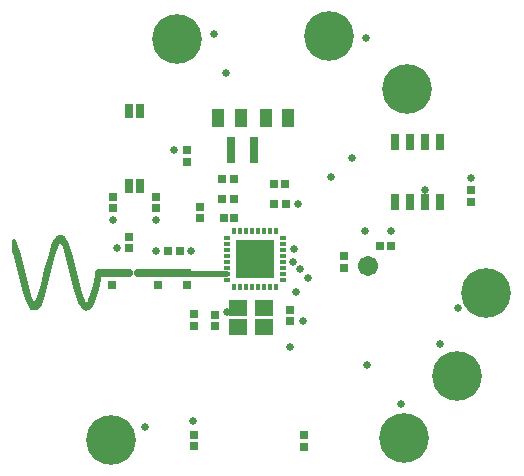
<source format=gts>
%FSLAX44Y44*%
%MOMM*%
G71*
G01*
G75*
G04 Layer_Color=8388736*
%ADD10R,0.6000X0.5000*%
%ADD11R,0.5000X0.6000*%
%ADD12R,0.5000X0.5000*%
%ADD13R,1.4000X1.2000*%
%ADD14R,0.2500X0.5000*%
%ADD15C,1.5000*%
%ADD16R,0.2500X0.4000*%
%ADD17R,0.4000X0.2500*%
%ADD18R,3.2000X3.2000*%
%ADD19R,0.5590X1.1940*%
%ADD20R,0.9000X1.3000*%
%ADD21R,0.6000X1.2000*%
%ADD22R,0.6000X2.0000*%
%ADD23C,4.0000*%
%ADD24C,0.2000*%
%ADD25C,0.1500*%
%ADD26C,0.3000*%
%ADD27C,0.5000*%
%ADD28C,0.4500*%
%ADD29R,6.0700X6.0700*%
%ADD30C,0.2540*%
%ADD31C,0.0508*%
%ADD32C,0.1000*%
%ADD33R,0.8032X0.7032*%
%ADD34R,0.7032X0.8032*%
%ADD35R,0.7032X0.7032*%
%ADD36R,1.6032X1.4032*%
%ADD37R,0.4532X0.7032*%
%ADD38C,1.7032*%
%ADD39R,0.3516X0.5016*%
%ADD40R,0.5016X0.3516*%
%ADD41R,3.3016X3.3016*%
%ADD42R,0.7622X1.3972*%
%ADD43R,1.1032X1.5032*%
%ADD44R,0.7016X1.3016*%
%ADD45R,0.8032X2.2032*%
%ADD46C,4.2032*%
%ADD47C,0.7032*%
%ADD48C,0.5032*%
%ADD49C,0.6532*%
G36*
X-162974Y19840D02*
X-162949Y19840D01*
X-162908Y19836D01*
X-162867Y19833D01*
X-162842Y19828D01*
X-162816Y19825D01*
X-162777Y19815D01*
X-162737Y19807D01*
X-162712Y19799D01*
X-162687Y19792D01*
X-162650Y19777D01*
X-162611Y19764D01*
X-162587Y19753D01*
X-162563Y19743D01*
X-162528Y19723D01*
X-162491Y19705D01*
X-162470Y19691D01*
X-162447Y19678D01*
X-161584Y19120D01*
X-161565Y19106D01*
X-161546Y19094D01*
X-161541Y19090D01*
X-161531Y19088D01*
X-161525Y19086D01*
X-161520Y19085D01*
X-161463Y19066D01*
X-161404Y19047D01*
X-161399Y19045D01*
X-161394Y19043D01*
X-161340Y19016D01*
X-161284Y18990D01*
X-161279Y18987D01*
X-161274Y18984D01*
X-161225Y18951D01*
X-161172Y18917D01*
X-161168Y18913D01*
X-161163Y18910D01*
X-161119Y18871D01*
X-161071Y18831D01*
X-161067Y18826D01*
X-161063Y18823D01*
X-161024Y18778D01*
X-160982Y18732D01*
X-160487Y18104D01*
X-160455Y18058D01*
X-160424Y18014D01*
X-160418Y18004D01*
X-160411Y17994D01*
X-160407Y17986D01*
X-159768Y17157D01*
X-159731Y17101D01*
X-159695Y17048D01*
X-158720Y15373D01*
X-158694Y15322D01*
X-158667Y15271D01*
X-157173Y11880D01*
X-157156Y11831D01*
X-157137Y11784D01*
X-154929Y5010D01*
X-154922Y4981D01*
X-154913Y4953D01*
X-152221Y-5302D01*
X-152219Y-5311D01*
X-152217Y-5319D01*
X-148941Y-18729D01*
X-147196Y-25356D01*
X-145205Y-31833D01*
X-144018Y-34825D01*
X-142745Y-37189D01*
X-142443Y-36725D01*
X-141744Y-35449D01*
X-141135Y-34012D01*
X-140006Y-30925D01*
X-138975Y-27706D01*
X-137292Y-21793D01*
X-134692Y-11026D01*
X-134691Y-11025D01*
X-134691Y-11024D01*
X-134672Y-10962D01*
X-134652Y-10899D01*
X-134652Y-10898D01*
X-134651Y-10897D01*
X-134623Y-10836D01*
X-134596Y-10778D01*
X-134596Y-10777D01*
X-134595Y-10776D01*
X-134562Y-10724D01*
X-134525Y-10666D01*
X-134524Y-10665D01*
X-134524Y-10664D01*
X-134481Y-10613D01*
X-134440Y-10563D01*
X-134439Y-10563D01*
X-134438Y-10562D01*
X-134385Y-10513D01*
X-134342Y-10473D01*
X-134341Y-10473D01*
X-134340Y-10472D01*
X-134286Y-10434D01*
X-134233Y-10396D01*
X-134232Y-10396D01*
X-134231Y-10395D01*
X-134169Y-10363D01*
X-134115Y-10334D01*
X-134114Y-10334D01*
X-134113Y-10334D01*
X-134045Y-10309D01*
X-133990Y-10288D01*
X-133989Y-10288D01*
X-133988Y-10288D01*
X-133922Y-10273D01*
X-133860Y-10259D01*
X-133859Y-10259D01*
X-133858Y-10259D01*
X-133789Y-10253D01*
X-133727Y-10247D01*
X-133726Y-10247D01*
X-133726Y-10247D01*
X-133654Y-10250D01*
X-133594Y-10253D01*
X-133593Y-10253D01*
X-133592Y-10253D01*
X-133528Y-10264D01*
X-133463Y-10275D01*
X-133462Y-10276D01*
X-133461Y-10276D01*
X-133184Y-10343D01*
X-133034Y-10181D01*
X-133022Y-10170D01*
X-133011Y-10158D01*
X-132974Y-10125D01*
X-132937Y-10090D01*
X-132924Y-10080D01*
X-132912Y-10070D01*
X-132870Y-10041D01*
X-132829Y-10012D01*
X-132815Y-10004D01*
X-132801Y-9995D01*
X-132756Y-9972D01*
X-132712Y-9948D01*
X-132697Y-9943D01*
X-132682Y-9935D01*
X-132425Y-9827D01*
X-132376Y-9810D01*
X-132327Y-9792D01*
X-132313Y-9788D01*
X-132299Y-9784D01*
X-132248Y-9773D01*
X-132198Y-9761D01*
X-131915Y-9714D01*
X-131876Y-9710D01*
X-131838Y-9704D01*
X-131810Y-9704D01*
X-131782Y-9701D01*
X-131743Y-9702D01*
X-131705Y-9701D01*
X-131677Y-9704D01*
X-131649Y-9705D01*
X-131611Y-9711D01*
X-131573Y-9715D01*
X-131336Y-9757D01*
X-131313Y-9762D01*
X-131290Y-9766D01*
X-131248Y-9778D01*
X-131206Y-9788D01*
X-131185Y-9796D01*
X-131162Y-9803D01*
X-130906Y-9896D01*
X-130854Y-9919D01*
X-130800Y-9941D01*
X-130792Y-9946D01*
X-130784Y-9950D01*
X-130735Y-9979D01*
X-130685Y-10008D01*
X-130678Y-10014D01*
X-130670Y-10019D01*
X-130625Y-10055D01*
X-130580Y-10090D01*
X-130380Y-10266D01*
X-130337Y-10310D01*
X-130293Y-10353D01*
X-130106Y-10564D01*
X-130072Y-10607D01*
X-130037Y-10650D01*
X-130031Y-10660D01*
X-130024Y-10669D01*
X-129996Y-10717D01*
X-129967Y-10764D01*
X-129962Y-10774D01*
X-129957Y-10784D01*
X-129935Y-10835D01*
X-129912Y-10885D01*
X-129887Y-10955D01*
X-129875Y-10957D01*
X-129828Y-10963D01*
X-129810Y-10968D01*
X-129791Y-10971D01*
X-129745Y-10985D01*
X-129699Y-10997D01*
X-129682Y-11005D01*
X-129664Y-11010D01*
X-129620Y-11030D01*
X-129576Y-11049D01*
X-129560Y-11058D01*
X-129543Y-11066D01*
X-129502Y-11091D01*
X-129461Y-11115D01*
X-129446Y-11127D01*
X-129430Y-11137D01*
X-129394Y-11167D01*
X-129356Y-11196D01*
X-129342Y-11210D01*
X-129327Y-11222D01*
X-129295Y-11257D01*
X-129262Y-11291D01*
X-129250Y-11306D01*
X-129237Y-11320D01*
X-129210Y-11358D01*
X-129180Y-11396D01*
X-129142Y-11455D01*
X-129107Y-11484D01*
X-129100Y-11492D01*
X-129092Y-11499D01*
X-129056Y-11541D01*
X-129018Y-11583D01*
X-129012Y-11592D01*
X-129005Y-11599D01*
X-128974Y-11646D01*
X-128942Y-11693D01*
X-128937Y-11702D01*
X-128932Y-11710D01*
X-128678Y-12155D01*
X-128664Y-12183D01*
X-128648Y-12211D01*
X-128635Y-12243D01*
X-128619Y-12275D01*
X-128609Y-12305D01*
X-128597Y-12334D01*
X-128588Y-12368D01*
X-128577Y-12401D01*
X-128571Y-12432D01*
X-128563Y-12463D01*
X-128558Y-12497D01*
X-128552Y-12532D01*
X-128550Y-12564D01*
X-128546Y-12595D01*
X-128546Y-12630D01*
X-128544Y-12665D01*
X-128546Y-12696D01*
X-128546Y-12728D01*
X-128551Y-12763D01*
X-128553Y-12798D01*
X-128559Y-12828D01*
X-128563Y-12860D01*
X-128573Y-12894D01*
X-128580Y-12928D01*
X-128590Y-12958D01*
X-128598Y-12988D01*
X-128611Y-13021D01*
X-128623Y-13054D01*
X-128637Y-13083D01*
X-128649Y-13111D01*
X-128667Y-13142D01*
X-128682Y-13173D01*
X-128700Y-13200D01*
X-128716Y-13227D01*
X-128737Y-13254D01*
X-128757Y-13284D01*
X-128778Y-13307D01*
X-128797Y-13332D01*
X-128822Y-13357D01*
X-128845Y-13384D01*
X-128869Y-13404D01*
X-128891Y-13426D01*
X-128919Y-13448D01*
X-128946Y-13471D01*
X-128972Y-13488D01*
X-128997Y-13507D01*
X-129028Y-13525D01*
X-129057Y-13544D01*
X-129085Y-13558D01*
X-129106Y-13570D01*
X-132227Y-25991D01*
X-132234Y-26012D01*
X-132239Y-26035D01*
X-134276Y-32834D01*
X-134287Y-32864D01*
X-134296Y-32894D01*
X-135541Y-36268D01*
X-135561Y-36313D01*
X-135579Y-36358D01*
X-137206Y-39736D01*
X-137217Y-39755D01*
X-137226Y-39775D01*
X-137249Y-39813D01*
X-137271Y-39851D01*
X-137285Y-39869D01*
X-137296Y-39888D01*
X-138528Y-41600D01*
X-138555Y-41633D01*
X-138581Y-41668D01*
X-138598Y-41685D01*
X-138612Y-41703D01*
X-138644Y-41732D01*
X-138674Y-41763D01*
X-139702Y-42685D01*
X-139734Y-42710D01*
X-139765Y-42737D01*
X-139787Y-42751D01*
X-139807Y-42767D01*
X-139842Y-42788D01*
X-139876Y-42811D01*
X-140773Y-43325D01*
X-140788Y-43332D01*
X-140802Y-43341D01*
X-140848Y-43361D01*
X-140892Y-43383D01*
X-140908Y-43389D01*
X-140924Y-43395D01*
X-140972Y-43410D01*
X-141019Y-43426D01*
X-141035Y-43429D01*
X-141051Y-43434D01*
X-142379Y-43738D01*
X-142434Y-43747D01*
X-142490Y-43758D01*
X-142500Y-43758D01*
X-142510Y-43760D01*
X-142567Y-43761D01*
X-142623Y-43764D01*
X-142633Y-43763D01*
X-142643Y-43764D01*
X-142699Y-43758D01*
X-142755Y-43753D01*
X-144078Y-43558D01*
X-144102Y-43552D01*
X-144127Y-43549D01*
X-144167Y-43538D01*
X-144208Y-43530D01*
X-144232Y-43521D01*
X-144256Y-43515D01*
X-144294Y-43499D01*
X-144333Y-43485D01*
X-144356Y-43473D01*
X-144379Y-43464D01*
X-145482Y-42920D01*
X-145531Y-42891D01*
X-145582Y-42863D01*
X-145589Y-42858D01*
X-145597Y-42853D01*
X-145642Y-42818D01*
X-145689Y-42784D01*
X-146681Y-41946D01*
X-146704Y-41924D01*
X-146728Y-41903D01*
X-146752Y-41877D01*
X-146777Y-41853D01*
X-146796Y-41828D01*
X-146818Y-41805D01*
X-147521Y-40927D01*
X-147554Y-40880D01*
X-147587Y-40835D01*
X-148556Y-39302D01*
X-148581Y-39256D01*
X-148608Y-39209D01*
X-149525Y-37355D01*
X-149541Y-37315D01*
X-149560Y-37275D01*
X-150881Y-33897D01*
X-150892Y-33860D01*
X-150906Y-33825D01*
X-152989Y-27043D01*
X-152994Y-27022D01*
X-153000Y-27003D01*
X-154782Y-20216D01*
X-154783Y-20207D01*
X-154786Y-20199D01*
X-158086Y-6669D01*
X-160719Y3307D01*
X-162780Y9665D01*
X-164062Y12550D01*
X-164732Y13704D01*
X-164745Y13719D01*
X-165642Y12154D01*
X-166876Y9217D01*
X-168939Y2828D01*
X-172360Y-10527D01*
X-175711Y-24059D01*
X-175716Y-24074D01*
X-175719Y-24089D01*
X-177622Y-30865D01*
X-177631Y-30890D01*
X-177638Y-30916D01*
X-178778Y-34286D01*
X-178792Y-34319D01*
X-178803Y-34353D01*
X-180591Y-38618D01*
X-180601Y-38637D01*
X-180608Y-38657D01*
X-180630Y-38697D01*
X-180651Y-38737D01*
X-180662Y-38755D01*
X-180673Y-38774D01*
X-182324Y-41353D01*
X-182348Y-41386D01*
X-182370Y-41420D01*
X-182387Y-41439D01*
X-182403Y-41460D01*
X-182431Y-41489D01*
X-182458Y-41520D01*
X-183305Y-42375D01*
X-183344Y-42410D01*
X-183383Y-42447D01*
X-183394Y-42455D01*
X-183405Y-42463D01*
X-183448Y-42493D01*
X-183492Y-42524D01*
X-184804Y-43337D01*
X-184810Y-43341D01*
X-184815Y-43345D01*
X-184869Y-43372D01*
X-184921Y-43400D01*
X-184928Y-43403D01*
X-184934Y-43406D01*
X-184990Y-43426D01*
X-185046Y-43447D01*
X-185053Y-43448D01*
X-185059Y-43451D01*
X-185118Y-43464D01*
X-185176Y-43477D01*
X-185182Y-43478D01*
X-185189Y-43479D01*
X-186245Y-43637D01*
X-186274Y-43652D01*
X-186285Y-43656D01*
X-186295Y-43661D01*
X-186348Y-43679D01*
X-186399Y-43698D01*
X-186410Y-43700D01*
X-186421Y-43704D01*
X-186475Y-43715D01*
X-186529Y-43727D01*
X-186541Y-43728D01*
X-186552Y-43730D01*
X-186607Y-43734D01*
X-186662Y-43739D01*
X-187029Y-43747D01*
X-187032Y-43747D01*
X-187034Y-43747D01*
X-187094Y-43744D01*
X-187162Y-43741D01*
X-187165Y-43741D01*
X-187167Y-43741D01*
X-187230Y-43729D01*
X-187294Y-43718D01*
X-187295Y-43717D01*
X-187298Y-43717D01*
X-187360Y-43697D01*
X-187421Y-43678D01*
X-187423Y-43677D01*
X-187425Y-43676D01*
X-187481Y-43650D01*
X-187493Y-43644D01*
X-188960Y-43215D01*
X-189008Y-43198D01*
X-189057Y-43182D01*
X-189071Y-43175D01*
X-189086Y-43170D01*
X-189131Y-43146D01*
X-189177Y-43124D01*
X-189190Y-43115D01*
X-189204Y-43108D01*
X-189246Y-43079D01*
X-189288Y-43051D01*
X-190388Y-42221D01*
X-190419Y-42193D01*
X-190452Y-42168D01*
X-190470Y-42150D01*
X-190488Y-42134D01*
X-190516Y-42103D01*
X-190546Y-42073D01*
X-191362Y-41124D01*
X-191363Y-41123D01*
X-191364Y-41122D01*
X-191403Y-41070D01*
X-191442Y-41018D01*
X-191443Y-41017D01*
X-191444Y-41015D01*
X-192493Y-39403D01*
X-192496Y-39397D01*
X-192501Y-39391D01*
X-192529Y-39339D01*
X-192558Y-39287D01*
X-192561Y-39281D01*
X-192564Y-39274D01*
X-194145Y-35843D01*
X-194165Y-35791D01*
X-194186Y-35740D01*
X-196440Y-28997D01*
X-196448Y-28968D01*
X-196458Y-28940D01*
X-198290Y-22153D01*
X-198293Y-22142D01*
X-198296Y-22131D01*
X-201623Y-8592D01*
X-201624Y-8592D01*
X-203296Y-1901D01*
X-205114Y4688D01*
X-205249Y5070D01*
X-205259Y5108D01*
X-205272Y5145D01*
X-205277Y5172D01*
X-205285Y5198D01*
X-205290Y5237D01*
X-205298Y5276D01*
X-205300Y5303D01*
X-205304Y5330D01*
X-205304Y5369D01*
X-205307Y5409D01*
Y16000D01*
X-205303Y16062D01*
X-205299Y16123D01*
X-205298Y16128D01*
X-205298Y16133D01*
X-205286Y16194D01*
X-205275Y16254D01*
X-205273Y16259D01*
X-205272Y16264D01*
X-205252Y16322D01*
X-205233Y16380D01*
X-205231Y16385D01*
X-205229Y16390D01*
X-205202Y16445D01*
X-205175Y16500D01*
X-205173Y16505D01*
X-205170Y16509D01*
X-205137Y16559D01*
X-205103Y16612D01*
X-205099Y16616D01*
X-205096Y16620D01*
X-205056Y16666D01*
X-205016Y16713D01*
X-205012Y16716D01*
X-205009Y16720D01*
X-204962Y16761D01*
X-204916Y16802D01*
X-204912Y16805D01*
X-204908Y16808D01*
X-204858Y16842D01*
X-204806Y16877D01*
X-204802Y16879D01*
X-204798Y16882D01*
X-204743Y16909D01*
X-204688Y16937D01*
X-204683Y16939D01*
X-204678Y16941D01*
X-204620Y16961D01*
X-204562Y16981D01*
X-204557Y16982D01*
X-204552Y16984D01*
X-204493Y16996D01*
X-204432Y17008D01*
X-204426Y17009D01*
X-204422Y17010D01*
X-204361Y17014D01*
X-204299Y17018D01*
X-204294Y17018D01*
X-204289Y17018D01*
X-204227Y17014D01*
X-204166Y17011D01*
X-204161Y17010D01*
X-204156Y17010D01*
X-204095Y16998D01*
X-204035Y16986D01*
X-204030Y16985D01*
X-204025Y16984D01*
X-203966Y16964D01*
X-203908Y16945D01*
X-203904Y16943D01*
X-203899Y16941D01*
X-203844Y16914D01*
X-203788Y16887D01*
X-203784Y16884D01*
X-203780Y16882D01*
X-203729Y16849D01*
X-203677Y16814D01*
X-203673Y16811D01*
X-203669Y16808D01*
X-203623Y16768D01*
X-203576Y16727D01*
X-203573Y16724D01*
X-203569Y16720D01*
X-203528Y16674D01*
X-203487Y16628D01*
X-203484Y16624D01*
X-203481Y16620D01*
X-203447Y16569D01*
X-203412Y16518D01*
X-202587Y15122D01*
X-202564Y15077D01*
X-202540Y15032D01*
X-201756Y13338D01*
X-201744Y13307D01*
X-201729Y13275D01*
X-200436Y9905D01*
X-200427Y9874D01*
X-200416Y9844D01*
X-199350Y6445D01*
X-199346Y6428D01*
X-199340Y6412D01*
X-197462Y-366D01*
X-197459Y-378D01*
X-197455Y-390D01*
X-195757Y-7141D01*
X-195757Y-7144D01*
X-195756Y-7147D01*
X-192453Y-20628D01*
X-190656Y-27260D01*
X-189676Y-30475D01*
X-188553Y-33569D01*
X-187276Y-36370D01*
X-186763Y-37147D01*
X-186008Y-35911D01*
X-184447Y-32245D01*
X-183398Y-29098D01*
X-181554Y-22554D01*
X-178230Y-9107D01*
X-178229Y-9103D01*
X-178228Y-9098D01*
X-174750Y4458D01*
X-174741Y4486D01*
X-174734Y4514D01*
X-172603Y11208D01*
X-172586Y11252D01*
X-172570Y11298D01*
X-171088Y14777D01*
X-171088Y14777D01*
X-171088Y14777D01*
Y14777D01*
X-171085Y14783D01*
X-171028Y14896D01*
X-169530Y17434D01*
X-169517Y17452D01*
X-169506Y17471D01*
X-169480Y17507D01*
X-169455Y17544D01*
X-169440Y17560D01*
X-169427Y17578D01*
X-168676Y18456D01*
X-168656Y18476D01*
X-168638Y18497D01*
X-168610Y18523D01*
X-168583Y18551D01*
X-168564Y18566D01*
X-168561Y18575D01*
X-168560Y18578D01*
X-168560Y18580D01*
X-168536Y18640D01*
X-168512Y18699D01*
X-168510Y18701D01*
X-168509Y18704D01*
X-168477Y18760D01*
X-168446Y18815D01*
X-168445Y18817D01*
X-168444Y18819D01*
X-168405Y18870D01*
X-168367Y18922D01*
X-168365Y18923D01*
X-168363Y18925D01*
X-168318Y18971D01*
X-168273Y19017D01*
X-168271Y19018D01*
X-168269Y19020D01*
X-168220Y19059D01*
X-168169Y19099D01*
X-168166Y19100D01*
X-168164Y19102D01*
X-168109Y19134D01*
X-168054Y19167D01*
X-167326Y19535D01*
X-167301Y19546D01*
X-167277Y19559D01*
X-167240Y19572D01*
X-166873Y19745D01*
X-166851Y19754D01*
X-166829Y19764D01*
X-166789Y19778D01*
X-166749Y19793D01*
X-166726Y19799D01*
X-166703Y19807D01*
X-166661Y19815D01*
X-166620Y19826D01*
X-166596Y19828D01*
X-166572Y19833D01*
X-166530Y19836D01*
X-166488Y19841D01*
X-166463Y19840D01*
X-166440Y19842D01*
X-163000D01*
X-162974Y19840D01*
D02*
G37*
D33*
X41750Y-149000D02*
D03*
Y-159000D02*
D03*
X-52000Y-158250D02*
D03*
Y-149250D02*
D03*
X-120500Y52750D02*
D03*
Y42750D02*
D03*
X-83500Y52750D02*
D03*
Y42750D02*
D03*
X-46750Y34250D02*
D03*
Y44250D02*
D03*
X-57500Y-12000D02*
D03*
Y-22000D02*
D03*
X-82000Y-12000D02*
D03*
Y-22000D02*
D03*
X-121000Y-12000D02*
D03*
Y-22000D02*
D03*
X-106500Y18750D02*
D03*
Y8750D02*
D03*
X-52000Y-47000D02*
D03*
Y-57000D02*
D03*
X-34000Y-57250D02*
D03*
Y-47250D02*
D03*
X30000Y-43000D02*
D03*
Y-53000D02*
D03*
X75500Y-7500D02*
D03*
Y2500D02*
D03*
X183000Y48500D02*
D03*
Y58500D02*
D03*
X-57750Y92250D02*
D03*
Y82250D02*
D03*
D34*
X-17750Y67250D02*
D03*
X-27750D02*
D03*
X-17500Y50500D02*
D03*
X-27500D02*
D03*
X-63750Y6750D02*
D03*
X-73750D02*
D03*
X105500Y10750D02*
D03*
X115500D02*
D03*
X16000Y46750D02*
D03*
X26000D02*
D03*
X15750Y63250D02*
D03*
X25750D02*
D03*
D35*
X-26500Y34250D02*
D03*
X-17500D02*
D03*
D36*
X-14000Y-42000D02*
D03*
X8000D02*
D03*
Y-58000D02*
D03*
X-14000D02*
D03*
D37*
X-106750Y-12000D02*
D03*
X-99250D02*
D03*
D38*
X95500Y-6000D02*
D03*
D39*
X-17500Y23570D02*
D03*
X-12500D02*
D03*
X-7500D02*
D03*
X-2500D02*
D03*
X2500D02*
D03*
X7500D02*
D03*
X12500D02*
D03*
X17500D02*
D03*
Y-23570D02*
D03*
X12500D02*
D03*
X7500D02*
D03*
X2500D02*
D03*
X-2500D02*
D03*
X-7500D02*
D03*
X-12500D02*
D03*
X-17500D02*
D03*
D40*
X23570Y17500D02*
D03*
Y12500D02*
D03*
Y7500D02*
D03*
Y2500D02*
D03*
Y-2500D02*
D03*
Y-7500D02*
D03*
Y-12500D02*
D03*
Y-17500D02*
D03*
X-23570D02*
D03*
Y-12500D02*
D03*
Y-7500D02*
D03*
Y-2500D02*
D03*
Y2500D02*
D03*
Y7500D02*
D03*
Y12500D02*
D03*
Y17500D02*
D03*
D41*
X0Y0D02*
D03*
D42*
X157050Y98520D02*
D03*
X144350D02*
D03*
X131650D02*
D03*
X118950D02*
D03*
X157050Y47980D02*
D03*
X144350D02*
D03*
X131650D02*
D03*
X118950D02*
D03*
D43*
X-31000Y119000D02*
D03*
X-12000D02*
D03*
X28000D02*
D03*
X9000D02*
D03*
D44*
X-97500Y61750D02*
D03*
Y124750D02*
D03*
X-106500D02*
D03*
Y61750D02*
D03*
D45*
X-1000Y92000D02*
D03*
X-20000D02*
D03*
D46*
X-66000Y186000D02*
D03*
X196000Y-29000D02*
D03*
X63000Y188500D02*
D03*
X171000Y-99000D02*
D03*
X126000Y-152000D02*
D03*
X-121500Y-153250D02*
D03*
X128500Y144000D02*
D03*
D47*
X-99250Y-12000D02*
X-82000D01*
X-121000D02*
X-106750D01*
X-132000D02*
X-121000D01*
X-82000D02*
X-57500D01*
D48*
X-57250Y-12500D02*
X-23320D01*
D49*
X-132000Y-12000D02*
D03*
X40250Y-53000D02*
D03*
X34500Y-28000D02*
D03*
X95250Y-89750D02*
D03*
X-52250Y-137000D02*
D03*
X29500Y-74750D02*
D03*
X500Y-10500D02*
D03*
X12250D02*
D03*
Y750D02*
D03*
X-11500Y-9750D02*
D03*
X0Y0D02*
D03*
X-92750Y-142500D02*
D03*
X-68250Y92250D02*
D03*
X-54000Y6750D02*
D03*
X93000Y23250D02*
D03*
X-35000Y190250D02*
D03*
X172250Y-42000D02*
D03*
X44750Y-16250D02*
D03*
X38000Y-9000D02*
D03*
X33250Y8500D02*
D03*
X32500Y-2500D02*
D03*
X-11750Y12000D02*
D03*
X0D02*
D03*
X11500D02*
D03*
X-11500Y1500D02*
D03*
X-83500Y32500D02*
D03*
X-120500D02*
D03*
X-116750Y8750D02*
D03*
X-84000Y6750D02*
D03*
X144350Y58230D02*
D03*
X183000Y68750D02*
D03*
X-24250Y157250D02*
D03*
X82500Y85750D02*
D03*
X36250Y46750D02*
D03*
X123250Y-122500D02*
D03*
X157000Y-72500D02*
D03*
X94125Y186625D02*
D03*
X115500Y23250D02*
D03*
X64500Y69000D02*
D03*
X-24000Y-45000D02*
D03*
M02*

</source>
